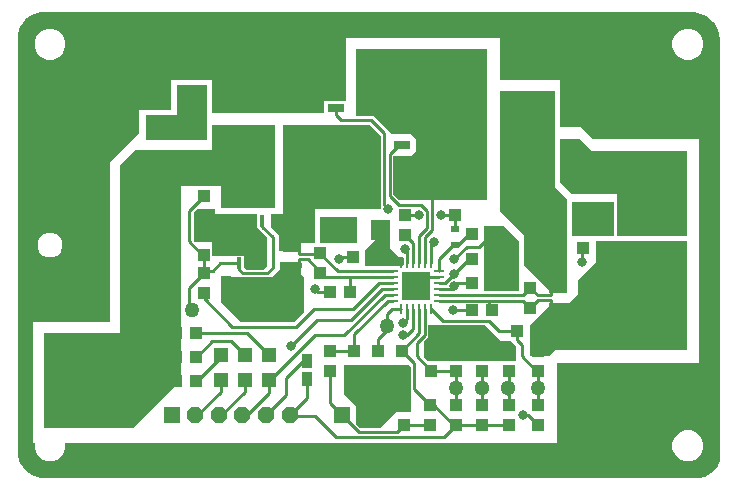
<source format=gbr>
G04 EAGLE Gerber RS-274X export*
G75*
%MOMM*%
%FSLAX34Y34*%
%LPD*%
%INTop Copper*%
%IPPOS*%
%AMOC8*
5,1,8,0,0,1.08239X$1,22.5*%
G01*
%ADD10C,1.270000*%
%ADD11R,1.800000X1.600000*%
%ADD12R,1.100000X1.000000*%
%ADD13R,1.000000X1.100000*%
%ADD14R,1.300000X1.500000*%
%ADD15R,1.270000X1.270000*%
%ADD16C,2.250000*%
%ADD17C,2.000000*%
%ADD18R,1.422400X1.422400*%
%ADD19P,1.539592X8X112.500000*%
%ADD20R,1.850000X3.500000*%
%ADD21R,0.406400X0.990600*%
%ADD22R,2.235200X1.727200*%
%ADD23R,0.406400X0.762000*%
%ADD24R,1.372000X0.710000*%
%ADD25R,1.180000X0.710000*%
%ADD26R,3.850000X4.520000*%
%ADD27R,1.500000X1.400000*%
%ADD28R,1.600000X1.803000*%
%ADD29R,1.803000X1.600000*%
%ADD30R,0.850000X0.280000*%
%ADD31R,0.280000X0.850000*%
%ADD32R,2.450000X2.450000*%
%ADD33C,0.909600*%
%ADD34R,0.700000X0.600000*%
%ADD35R,1.809600X1.809600*%
%ADD36C,1.809600*%
%ADD37P,2.749271X8X22.500000*%
%ADD38C,1.629600*%
%ADD39R,0.889000X1.270000*%
%ADD40C,0.808000*%
%ADD41C,0.279400*%
%ADD42C,1.300000*%

G36*
X597446Y369000D02*
X597446Y369000D01*
X597441Y369059D01*
X597425Y369087D01*
X597420Y369111D01*
X597397Y369139D01*
X597374Y369180D01*
X597458Y370098D01*
X597456Y370113D01*
X597459Y370132D01*
X597459Y371106D01*
X597463Y371112D01*
X597467Y371150D01*
X597483Y371229D01*
X597518Y374134D01*
X597510Y374169D01*
X597509Y374223D01*
X595796Y381756D01*
X595780Y381791D01*
X595752Y381867D01*
X591796Y388502D01*
X591769Y388530D01*
X591720Y388594D01*
X585906Y393682D01*
X585872Y393700D01*
X585806Y393745D01*
X578705Y396788D01*
X578670Y396794D01*
X578619Y396813D01*
X574870Y397454D01*
X574842Y397452D01*
X574806Y397459D01*
X25000Y397459D01*
X24987Y397456D01*
X24970Y397458D01*
X21516Y397186D01*
X21482Y397175D01*
X21429Y397169D01*
X14859Y395034D01*
X14826Y395014D01*
X14753Y394980D01*
X9164Y390920D01*
X9139Y390891D01*
X9080Y390836D01*
X5020Y385247D01*
X5005Y385212D01*
X4966Y385141D01*
X2831Y378571D01*
X2828Y378536D01*
X2814Y378484D01*
X2542Y375030D01*
X2544Y375017D01*
X2541Y375000D01*
X2541Y25000D01*
X2544Y24987D01*
X2542Y24970D01*
X2814Y21516D01*
X2825Y21482D01*
X2831Y21429D01*
X4966Y14859D01*
X4986Y14826D01*
X5020Y14753D01*
X9080Y9164D01*
X9109Y9139D01*
X9164Y9080D01*
X14753Y5020D01*
X14788Y5005D01*
X14859Y4966D01*
X21429Y2831D01*
X21464Y2828D01*
X21516Y2814D01*
X24970Y2542D01*
X24983Y2544D01*
X25000Y2541D01*
X573975Y2541D01*
X574029Y2553D01*
X574085Y2557D01*
X574117Y2574D01*
X574144Y2580D01*
X574170Y2602D01*
X574213Y2624D01*
X574235Y2641D01*
X575120Y2543D01*
X575138Y2545D01*
X575162Y2541D01*
X576084Y2541D01*
X576104Y2525D01*
X576123Y2521D01*
X576136Y2513D01*
X576175Y2509D01*
X576246Y2493D01*
X578403Y2424D01*
X578438Y2431D01*
X578492Y2431D01*
X584534Y3678D01*
X584568Y3694D01*
X584645Y3720D01*
X590006Y6773D01*
X590034Y6799D01*
X590098Y6847D01*
X594253Y11407D01*
X594272Y11441D01*
X594319Y11506D01*
X596861Y17127D01*
X596868Y17162D01*
X596888Y17212D01*
X596955Y17561D01*
X597452Y20158D01*
X597451Y20188D01*
X597459Y20229D01*
X597459Y368942D01*
X597446Y369000D01*
G37*
%LPC*%
G36*
X27406Y16959D02*
X27406Y16959D01*
X22613Y18945D01*
X18945Y22613D01*
X16959Y27406D01*
X16959Y32000D01*
X16948Y32050D01*
X16946Y32101D01*
X16928Y32133D01*
X16920Y32169D01*
X16887Y32208D01*
X16863Y32253D01*
X16833Y32274D01*
X16810Y32302D01*
X16763Y32323D01*
X16721Y32353D01*
X16679Y32361D01*
X16651Y32373D01*
X16621Y32372D01*
X16579Y32380D01*
X15380Y32380D01*
X15380Y134620D01*
X80000Y134620D01*
X80050Y134631D01*
X80101Y134633D01*
X80133Y134651D01*
X80169Y134659D01*
X80208Y134692D01*
X80253Y134716D01*
X80274Y134746D01*
X80302Y134769D01*
X80323Y134816D01*
X80353Y134858D01*
X80361Y134900D01*
X80373Y134928D01*
X80372Y134958D01*
X80380Y135000D01*
X80380Y269843D01*
X105269Y294731D01*
X105309Y294796D01*
X105353Y294858D01*
X105355Y294870D01*
X105360Y294878D01*
X105364Y294915D01*
X105380Y295000D01*
X105380Y314620D01*
X132460Y314620D01*
X132510Y314631D01*
X132561Y314633D01*
X132593Y314651D01*
X132629Y314659D01*
X132668Y314692D01*
X132713Y314716D01*
X132734Y314746D01*
X132762Y314769D01*
X132783Y314816D01*
X132813Y314858D01*
X132821Y314900D01*
X132833Y314928D01*
X132832Y314958D01*
X132840Y315000D01*
X132840Y339980D01*
X167260Y339980D01*
X167260Y312420D01*
X167271Y312370D01*
X167273Y312319D01*
X167291Y312287D01*
X167299Y312251D01*
X167332Y312212D01*
X167356Y312167D01*
X167386Y312146D01*
X167409Y312118D01*
X167456Y312097D01*
X167498Y312067D01*
X167540Y312059D01*
X167568Y312047D01*
X167598Y312048D01*
X167640Y312040D01*
X261364Y312040D01*
X261414Y312051D01*
X261465Y312053D01*
X261497Y312071D01*
X261533Y312079D01*
X261572Y312112D01*
X261617Y312136D01*
X261638Y312166D01*
X261666Y312189D01*
X261687Y312236D01*
X261717Y312278D01*
X261725Y312320D01*
X261737Y312348D01*
X261736Y312378D01*
X261744Y312420D01*
X261744Y322020D01*
X279840Y322020D01*
X279890Y322031D01*
X279941Y322033D01*
X279973Y322051D01*
X280009Y322059D01*
X280048Y322092D01*
X280093Y322116D01*
X280114Y322146D01*
X280142Y322169D01*
X280163Y322216D01*
X280193Y322258D01*
X280201Y322300D01*
X280213Y322328D01*
X280212Y322358D01*
X280220Y322400D01*
X280220Y374941D01*
X411100Y375538D01*
X411100Y340360D01*
X411111Y340310D01*
X411113Y340259D01*
X411131Y340227D01*
X411139Y340191D01*
X411172Y340152D01*
X411196Y340107D01*
X411226Y340086D01*
X411249Y340058D01*
X411296Y340037D01*
X411338Y340007D01*
X411380Y339999D01*
X411408Y339987D01*
X411438Y339988D01*
X411480Y339980D01*
X462108Y339980D01*
X462108Y299974D01*
X462119Y299924D01*
X462121Y299873D01*
X462139Y299841D01*
X462147Y299805D01*
X462180Y299766D01*
X462204Y299721D01*
X462234Y299700D01*
X462257Y299672D01*
X462304Y299651D01*
X462346Y299621D01*
X462388Y299613D01*
X462416Y299601D01*
X462446Y299602D01*
X462488Y299594D01*
X479789Y299594D01*
X489651Y289731D01*
X489716Y289691D01*
X489778Y289647D01*
X489790Y289645D01*
X489798Y289640D01*
X489835Y289636D01*
X489920Y289620D01*
X579540Y289620D01*
X579540Y100140D01*
X459920Y100140D01*
X459870Y100129D01*
X459819Y100127D01*
X459787Y100109D01*
X459751Y100101D01*
X459712Y100068D01*
X459667Y100044D01*
X459646Y100014D01*
X459618Y99991D01*
X459597Y99944D01*
X459567Y99902D01*
X459559Y99860D01*
X459547Y99832D01*
X459548Y99802D01*
X459540Y99760D01*
X459540Y32380D01*
X43421Y32380D01*
X43371Y32369D01*
X43320Y32367D01*
X43288Y32349D01*
X43252Y32341D01*
X43213Y32308D01*
X43168Y32284D01*
X43147Y32254D01*
X43119Y32231D01*
X43098Y32184D01*
X43068Y32142D01*
X43060Y32100D01*
X43048Y32072D01*
X43049Y32042D01*
X43041Y32000D01*
X43041Y27406D01*
X41055Y22613D01*
X37387Y18945D01*
X32594Y16959D01*
X27406Y16959D01*
G37*
%LPD*%
G36*
X99834Y44637D02*
X99834Y44637D01*
X99909Y44650D01*
X99919Y44657D01*
X99929Y44659D01*
X99958Y44683D01*
X100029Y44731D01*
X141031Y85733D01*
X141071Y85798D01*
X141115Y85860D01*
X141117Y85872D01*
X141122Y85880D01*
X141126Y85917D01*
X141142Y86002D01*
X141142Y249620D01*
X174620Y249620D01*
X174620Y232032D01*
X174631Y231982D01*
X174633Y231931D01*
X174651Y231899D01*
X174659Y231863D01*
X174692Y231824D01*
X174716Y231779D01*
X174746Y231758D01*
X174769Y231730D01*
X174816Y231709D01*
X174858Y231679D01*
X174900Y231671D01*
X174928Y231659D01*
X174958Y231660D01*
X175000Y231652D01*
X220000Y231652D01*
X220050Y231663D01*
X220101Y231665D01*
X220133Y231683D01*
X220169Y231691D01*
X220208Y231724D01*
X220253Y231748D01*
X220274Y231778D01*
X220302Y231801D01*
X220323Y231848D01*
X220353Y231890D01*
X220361Y231932D01*
X220373Y231960D01*
X220372Y231990D01*
X220380Y232032D01*
X220380Y300879D01*
X220369Y300929D01*
X220367Y300980D01*
X220349Y301012D01*
X220341Y301048D01*
X220308Y301087D01*
X220284Y301132D01*
X220254Y301153D01*
X220231Y301181D01*
X220184Y301202D01*
X220142Y301232D01*
X220100Y301240D01*
X220072Y301252D01*
X220042Y301251D01*
X220000Y301259D01*
X167714Y301259D01*
X167664Y301248D01*
X167613Y301246D01*
X167581Y301228D01*
X167545Y301220D01*
X167506Y301187D01*
X167461Y301163D01*
X167440Y301133D01*
X167412Y301110D01*
X167391Y301063D01*
X167361Y301021D01*
X167353Y300979D01*
X167341Y300951D01*
X167342Y300921D01*
X167334Y300879D01*
X167334Y280380D01*
X102200Y280380D01*
X102126Y280363D01*
X102051Y280350D01*
X102041Y280343D01*
X102031Y280341D01*
X102002Y280317D01*
X101931Y280269D01*
X89731Y268069D01*
X89691Y268004D01*
X89647Y267942D01*
X89645Y267930D01*
X89640Y267922D01*
X89636Y267885D01*
X89620Y267800D01*
X89620Y125380D01*
X25000Y125380D01*
X24950Y125369D01*
X24899Y125367D01*
X24867Y125349D01*
X24831Y125341D01*
X24792Y125308D01*
X24747Y125284D01*
X24726Y125254D01*
X24698Y125231D01*
X24677Y125184D01*
X24647Y125142D01*
X24639Y125100D01*
X24627Y125072D01*
X24628Y125042D01*
X24620Y125000D01*
X24620Y45000D01*
X24631Y44950D01*
X24633Y44899D01*
X24651Y44867D01*
X24659Y44831D01*
X24692Y44792D01*
X24716Y44747D01*
X24746Y44726D01*
X24769Y44698D01*
X24816Y44677D01*
X24858Y44647D01*
X24900Y44639D01*
X24928Y44627D01*
X24958Y44628D01*
X25000Y44620D01*
X99760Y44620D01*
X99834Y44637D01*
G37*
G36*
X399592Y238137D02*
X399592Y238137D01*
X399643Y238139D01*
X399675Y238157D01*
X399711Y238165D01*
X399750Y238198D01*
X399795Y238222D01*
X399816Y238252D01*
X399844Y238275D01*
X399865Y238322D01*
X399895Y238364D01*
X399903Y238406D01*
X399915Y238434D01*
X399914Y238464D01*
X399922Y238506D01*
X399922Y365760D01*
X399911Y365810D01*
X399909Y365861D01*
X399891Y365893D01*
X399883Y365929D01*
X399850Y365968D01*
X399826Y366013D01*
X399796Y366034D01*
X399773Y366062D01*
X399726Y366083D01*
X399684Y366113D01*
X399642Y366121D01*
X399614Y366133D01*
X399584Y366132D01*
X399542Y366140D01*
X289560Y366140D01*
X289510Y366129D01*
X289459Y366127D01*
X289427Y366109D01*
X289391Y366101D01*
X289352Y366068D01*
X289307Y366044D01*
X289286Y366014D01*
X289258Y365991D01*
X289237Y365944D01*
X289207Y365902D01*
X289199Y365860D01*
X289187Y365832D01*
X289188Y365802D01*
X289180Y365760D01*
X289180Y309880D01*
X289191Y309830D01*
X289193Y309779D01*
X289211Y309747D01*
X289219Y309711D01*
X289252Y309672D01*
X289276Y309627D01*
X289306Y309606D01*
X289329Y309578D01*
X289376Y309557D01*
X289418Y309527D01*
X289460Y309519D01*
X289488Y309507D01*
X289518Y309508D01*
X289560Y309500D01*
X304643Y309500D01*
X319771Y294371D01*
X319836Y294331D01*
X319898Y294287D01*
X319910Y294285D01*
X319918Y294280D01*
X319955Y294276D01*
X320040Y294260D01*
X335123Y294260D01*
X339980Y289403D01*
X339980Y279558D01*
X336139Y275716D01*
X321056Y275716D01*
X321006Y275705D01*
X320955Y275703D01*
X320923Y275685D01*
X320887Y275677D01*
X320848Y275644D01*
X320803Y275620D01*
X320782Y275590D01*
X320754Y275567D01*
X320733Y275520D01*
X320703Y275478D01*
X320695Y275436D01*
X320683Y275408D01*
X320684Y275378D01*
X320676Y275336D01*
X320676Y243586D01*
X320693Y243512D01*
X320706Y243437D01*
X320713Y243427D01*
X320715Y243417D01*
X320739Y243388D01*
X320787Y243317D01*
X325867Y238237D01*
X325932Y238197D01*
X325994Y238153D01*
X326006Y238151D01*
X326014Y238146D01*
X326051Y238142D01*
X326136Y238126D01*
X399542Y238126D01*
X399592Y238137D01*
G37*
G36*
X452194Y106317D02*
X452194Y106317D01*
X452269Y106330D01*
X452279Y106337D01*
X452289Y106339D01*
X452318Y106363D01*
X452389Y106411D01*
X457358Y111380D01*
X568960Y111380D01*
X569010Y111391D01*
X569061Y111393D01*
X569093Y111411D01*
X569129Y111419D01*
X569168Y111452D01*
X569213Y111476D01*
X569234Y111506D01*
X569262Y111529D01*
X569283Y111576D01*
X569313Y111618D01*
X569321Y111660D01*
X569333Y111688D01*
X569332Y111718D01*
X569340Y111760D01*
X569340Y203200D01*
X569329Y203250D01*
X569327Y203301D01*
X569309Y203333D01*
X569301Y203369D01*
X569268Y203408D01*
X569244Y203453D01*
X569214Y203474D01*
X569191Y203502D01*
X569144Y203523D01*
X569102Y203553D01*
X569060Y203561D01*
X569032Y203573D01*
X569002Y203572D01*
X568960Y203580D01*
X492760Y203580D01*
X492710Y203569D01*
X492659Y203567D01*
X492627Y203549D01*
X492591Y203541D01*
X492552Y203508D01*
X492507Y203484D01*
X492486Y203454D01*
X492458Y203431D01*
X492437Y203384D01*
X492407Y203342D01*
X492399Y203300D01*
X492387Y203272D01*
X492388Y203242D01*
X492380Y203200D01*
X492380Y185578D01*
X477251Y170449D01*
X477238Y170428D01*
X477219Y170412D01*
X477199Y170368D01*
X477167Y170322D01*
X477165Y170310D01*
X477160Y170302D01*
X477157Y170273D01*
X477148Y170254D01*
X477149Y170230D01*
X477140Y170180D01*
X477140Y157860D01*
X469775Y150494D01*
X454914Y150494D01*
X454840Y150477D01*
X454765Y150464D01*
X454755Y150457D01*
X454745Y150455D01*
X454716Y150431D01*
X454645Y150383D01*
X436611Y132349D01*
X436571Y132284D01*
X436527Y132222D01*
X436525Y132210D01*
X436520Y132202D01*
X436516Y132165D01*
X436500Y132080D01*
X436500Y106680D01*
X436511Y106630D01*
X436513Y106579D01*
X436531Y106547D01*
X436539Y106511D01*
X436572Y106472D01*
X436596Y106427D01*
X436626Y106406D01*
X436649Y106378D01*
X436696Y106357D01*
X436738Y106327D01*
X436780Y106319D01*
X436808Y106307D01*
X436838Y106308D01*
X436880Y106300D01*
X452120Y106300D01*
X452194Y106317D01*
G37*
G36*
X467410Y162191D02*
X467410Y162191D01*
X467461Y162193D01*
X467493Y162211D01*
X467529Y162219D01*
X467568Y162252D01*
X467613Y162276D01*
X467634Y162306D01*
X467662Y162329D01*
X467683Y162376D01*
X467713Y162418D01*
X467721Y162460D01*
X467733Y162488D01*
X467732Y162518D01*
X467740Y162560D01*
X467740Y238760D01*
X467723Y238834D01*
X467710Y238909D01*
X467703Y238919D01*
X467701Y238929D01*
X467677Y238958D01*
X467629Y239029D01*
X457580Y249078D01*
X457580Y330200D01*
X457569Y330250D01*
X457567Y330301D01*
X457549Y330333D01*
X457541Y330369D01*
X457508Y330408D01*
X457484Y330453D01*
X457454Y330474D01*
X457431Y330502D01*
X457384Y330523D01*
X457342Y330553D01*
X457300Y330561D01*
X457272Y330573D01*
X457242Y330572D01*
X457200Y330580D01*
X411480Y330580D01*
X411430Y330569D01*
X411379Y330567D01*
X411347Y330549D01*
X411311Y330541D01*
X411272Y330508D01*
X411227Y330484D01*
X411206Y330454D01*
X411178Y330431D01*
X411157Y330384D01*
X411127Y330342D01*
X411119Y330300D01*
X411107Y330272D01*
X411108Y330242D01*
X411100Y330200D01*
X411100Y228600D01*
X411117Y228526D01*
X411130Y228451D01*
X411137Y228441D01*
X411139Y228431D01*
X411163Y228402D01*
X411211Y228331D01*
X431166Y208377D01*
X431166Y183134D01*
X431183Y183060D01*
X431196Y182985D01*
X431203Y182975D01*
X431205Y182965D01*
X431229Y182936D01*
X431277Y182865D01*
X451851Y162291D01*
X451916Y162251D01*
X451978Y162207D01*
X451990Y162205D01*
X451998Y162200D01*
X452035Y162196D01*
X452120Y162180D01*
X467360Y162180D01*
X467410Y162191D01*
G37*
G36*
X242384Y194791D02*
X242384Y194791D01*
X242432Y194792D01*
X242468Y194810D01*
X242506Y194819D01*
X242543Y194850D01*
X242586Y194872D01*
X242609Y194904D01*
X242640Y194929D01*
X242659Y194973D01*
X242688Y195012D01*
X242697Y195058D01*
X242711Y195088D01*
X242710Y195116D01*
X242718Y195154D01*
X242819Y201804D01*
X254000Y201804D01*
X254050Y201815D01*
X254101Y201817D01*
X254133Y201835D01*
X254169Y201843D01*
X254208Y201876D01*
X254253Y201900D01*
X254274Y201930D01*
X254302Y201953D01*
X254323Y202000D01*
X254353Y202042D01*
X254361Y202084D01*
X254373Y202112D01*
X254372Y202142D01*
X254380Y202184D01*
X254380Y230103D01*
X309666Y230103D01*
X309716Y230115D01*
X309767Y230117D01*
X309799Y230134D01*
X309835Y230143D01*
X309874Y230175D01*
X309919Y230199D01*
X309940Y230229D01*
X309968Y230253D01*
X309989Y230299D01*
X310019Y230341D01*
X310027Y230383D01*
X310039Y230411D01*
X310038Y230441D01*
X310046Y230483D01*
X310046Y232256D01*
X310029Y232330D01*
X310016Y232405D01*
X310009Y232415D01*
X310007Y232425D01*
X310006Y232426D01*
X310006Y291846D01*
X309989Y291920D01*
X309976Y291995D01*
X309969Y292005D01*
X309967Y292015D01*
X309943Y292044D01*
X309895Y292115D01*
X300593Y301417D01*
X300528Y301457D01*
X300466Y301501D01*
X300454Y301503D01*
X300446Y301508D01*
X300409Y301512D01*
X300324Y301528D01*
X227540Y301528D01*
X227466Y301511D01*
X227391Y301498D01*
X227381Y301491D01*
X227371Y301489D01*
X227342Y301465D01*
X227271Y301417D01*
X227113Y301259D01*
X227073Y301195D01*
X227030Y301133D01*
X227027Y301120D01*
X227022Y301112D01*
X227018Y301075D01*
X227002Y300990D01*
X226925Y226440D01*
X217170Y226440D01*
X217120Y226429D01*
X217069Y226427D01*
X217037Y226409D01*
X217001Y226401D01*
X216962Y226368D01*
X216917Y226344D01*
X216896Y226314D01*
X216868Y226291D01*
X216847Y226244D01*
X216817Y226202D01*
X216809Y226160D01*
X216797Y226132D01*
X216798Y226102D01*
X216790Y226060D01*
X216790Y215138D01*
X216807Y215064D01*
X216820Y214989D01*
X216827Y214979D01*
X216829Y214969D01*
X216853Y214940D01*
X216901Y214869D01*
X223858Y207913D01*
X223858Y195160D01*
X223869Y195110D01*
X223871Y195059D01*
X223889Y195027D01*
X223897Y194991D01*
X223930Y194952D01*
X223954Y194907D01*
X223984Y194886D01*
X224007Y194858D01*
X224054Y194837D01*
X224096Y194807D01*
X224138Y194799D01*
X224166Y194787D01*
X224196Y194788D01*
X224238Y194780D01*
X242337Y194780D01*
X242384Y194791D01*
G37*
G36*
X569010Y207911D02*
X569010Y207911D01*
X569061Y207913D01*
X569093Y207931D01*
X569129Y207939D01*
X569168Y207972D01*
X569213Y207996D01*
X569234Y208026D01*
X569262Y208049D01*
X569283Y208096D01*
X569313Y208138D01*
X569321Y208180D01*
X569333Y208208D01*
X569332Y208238D01*
X569340Y208280D01*
X569340Y279400D01*
X569329Y279450D01*
X569327Y279501D01*
X569309Y279533D01*
X569301Y279569D01*
X569268Y279608D01*
X569244Y279653D01*
X569214Y279674D01*
X569191Y279702D01*
X569144Y279723D01*
X569102Y279753D01*
X569060Y279761D01*
X569032Y279773D01*
X569002Y279772D01*
X568960Y279780D01*
X489108Y279780D01*
X479059Y289829D01*
X478994Y289869D01*
X478932Y289913D01*
X478920Y289915D01*
X478912Y289920D01*
X478875Y289924D01*
X478790Y289940D01*
X462280Y289940D01*
X462230Y289929D01*
X462179Y289927D01*
X462147Y289909D01*
X462111Y289901D01*
X462072Y289868D01*
X462027Y289844D01*
X462006Y289814D01*
X461978Y289791D01*
X461957Y289744D01*
X461927Y289702D01*
X461919Y289660D01*
X461907Y289632D01*
X461908Y289602D01*
X461900Y289560D01*
X461900Y254000D01*
X461917Y253926D01*
X461930Y253851D01*
X461937Y253841D01*
X461939Y253831D01*
X461963Y253802D01*
X462011Y253731D01*
X472171Y243571D01*
X472236Y243531D01*
X472298Y243487D01*
X472310Y243485D01*
X472318Y243480D01*
X472355Y243476D01*
X472440Y243460D01*
X509906Y243460D01*
X509906Y208280D01*
X509917Y208230D01*
X509919Y208179D01*
X509937Y208147D01*
X509945Y208111D01*
X509978Y208072D01*
X510002Y208027D01*
X510032Y208006D01*
X510055Y207978D01*
X510102Y207957D01*
X510144Y207927D01*
X510186Y207919D01*
X510214Y207907D01*
X510244Y207908D01*
X510286Y207900D01*
X568960Y207900D01*
X569010Y207911D01*
G37*
G36*
X236754Y134717D02*
X236754Y134717D01*
X236829Y134730D01*
X236839Y134737D01*
X236849Y134739D01*
X236878Y134763D01*
X236949Y134811D01*
X245269Y143131D01*
X245309Y143196D01*
X245353Y143258D01*
X245355Y143270D01*
X245360Y143278D01*
X245364Y143315D01*
X245380Y143400D01*
X245380Y172968D01*
X245363Y173042D01*
X245350Y173117D01*
X245343Y173127D01*
X245341Y173137D01*
X245317Y173166D01*
X245269Y173237D01*
X242867Y175639D01*
X242959Y184908D01*
X242948Y184960D01*
X242946Y185013D01*
X242929Y185043D01*
X242922Y185077D01*
X242888Y185118D01*
X242863Y185165D01*
X242835Y185185D01*
X242813Y185212D01*
X242765Y185234D01*
X242722Y185265D01*
X242682Y185272D01*
X242655Y185285D01*
X242624Y185284D01*
X242579Y185292D01*
X224790Y185292D01*
X224740Y185281D01*
X224689Y185279D01*
X224657Y185261D01*
X224621Y185253D01*
X224582Y185220D01*
X224537Y185196D01*
X224516Y185166D01*
X224488Y185143D01*
X224467Y185096D01*
X224437Y185054D01*
X224429Y185012D01*
X224417Y184984D01*
X224417Y184967D01*
X224417Y184965D01*
X224417Y184951D01*
X224410Y184912D01*
X224410Y179222D01*
X218284Y173127D01*
X209236Y173173D01*
X209235Y173173D01*
X209234Y173173D01*
X191885Y173173D01*
X191856Y173191D01*
X191794Y173235D01*
X191781Y173237D01*
X191772Y173243D01*
X191734Y173247D01*
X191652Y173263D01*
X175002Y173348D01*
X174951Y173337D01*
X174899Y173335D01*
X174868Y173318D01*
X174833Y173310D01*
X174793Y173277D01*
X174747Y173252D01*
X174727Y173223D01*
X174699Y173200D01*
X174677Y173153D01*
X174647Y173110D01*
X174640Y173070D01*
X174627Y173042D01*
X174628Y173011D01*
X174620Y172968D01*
X174620Y151644D01*
X174637Y151570D01*
X174650Y151495D01*
X174657Y151485D01*
X174659Y151475D01*
X174683Y151446D01*
X174731Y151375D01*
X191295Y134811D01*
X191360Y134771D01*
X191422Y134727D01*
X191434Y134725D01*
X191442Y134720D01*
X191479Y134716D01*
X191564Y134700D01*
X236680Y134700D01*
X236754Y134717D01*
G37*
G36*
X309954Y45357D02*
X309954Y45357D01*
X310029Y45370D01*
X310039Y45377D01*
X310049Y45379D01*
X310078Y45403D01*
X310149Y45451D01*
X323278Y58580D01*
X335280Y58580D01*
X335330Y58591D01*
X335381Y58593D01*
X335413Y58611D01*
X335449Y58619D01*
X335488Y58652D01*
X335533Y58676D01*
X335554Y58706D01*
X335582Y58729D01*
X335603Y58776D01*
X335633Y58818D01*
X335641Y58860D01*
X335653Y58888D01*
X335652Y58918D01*
X335660Y58960D01*
X335660Y96266D01*
X335643Y96340D01*
X335630Y96415D01*
X335623Y96425D01*
X335621Y96435D01*
X335597Y96464D01*
X335549Y96535D01*
X333517Y98567D01*
X333452Y98607D01*
X333390Y98651D01*
X333378Y98653D01*
X333370Y98658D01*
X333333Y98662D01*
X333248Y98678D01*
X279654Y98678D01*
X279604Y98667D01*
X279553Y98665D01*
X279521Y98647D01*
X279485Y98639D01*
X279446Y98606D01*
X279401Y98582D01*
X279380Y98552D01*
X279352Y98529D01*
X279331Y98482D01*
X279301Y98440D01*
X279293Y98398D01*
X279281Y98370D01*
X279282Y98340D01*
X279274Y98298D01*
X279274Y72898D01*
X279291Y72824D01*
X279304Y72749D01*
X279311Y72739D01*
X279313Y72729D01*
X279337Y72700D01*
X279385Y72629D01*
X289180Y62835D01*
X289180Y48480D01*
X289197Y48406D01*
X289210Y48331D01*
X289217Y48321D01*
X289219Y48311D01*
X289243Y48282D01*
X289291Y48211D01*
X292051Y45451D01*
X292115Y45411D01*
X292177Y45367D01*
X292190Y45365D01*
X292198Y45360D01*
X292235Y45356D01*
X292320Y45340D01*
X309880Y45340D01*
X309954Y45357D01*
G37*
G36*
X210894Y179215D02*
X210894Y179215D01*
X210969Y179228D01*
X210979Y179235D01*
X210989Y179237D01*
X211018Y179261D01*
X211089Y179309D01*
X213883Y182103D01*
X213923Y182168D01*
X213967Y182230D01*
X213969Y182242D01*
X213974Y182250D01*
X213978Y182287D01*
X213994Y182372D01*
X213994Y206248D01*
X213977Y206322D01*
X213964Y206397D01*
X213957Y206407D01*
X213955Y206417D01*
X213931Y206446D01*
X213883Y206517D01*
X205612Y214788D01*
X205612Y226060D01*
X205601Y226110D01*
X205599Y226161D01*
X205581Y226193D01*
X205573Y226229D01*
X205540Y226268D01*
X205516Y226313D01*
X205486Y226334D01*
X205463Y226362D01*
X205416Y226383D01*
X205374Y226413D01*
X205332Y226421D01*
X205304Y226433D01*
X205274Y226432D01*
X205231Y226440D01*
X169380Y226379D01*
X169380Y230000D01*
X169369Y230050D01*
X169367Y230101D01*
X169349Y230133D01*
X169341Y230169D01*
X169308Y230208D01*
X169284Y230253D01*
X169254Y230274D01*
X169231Y230302D01*
X169184Y230323D01*
X169142Y230353D01*
X169100Y230361D01*
X169072Y230373D01*
X169042Y230372D01*
X169000Y230380D01*
X155000Y230380D01*
X154926Y230363D01*
X154851Y230350D01*
X154841Y230343D01*
X154831Y230341D01*
X154802Y230317D01*
X154731Y230269D01*
X152131Y227669D01*
X152091Y227604D01*
X152047Y227542D01*
X152045Y227530D01*
X152040Y227522D01*
X152036Y227485D01*
X152020Y227400D01*
X152020Y203200D01*
X152031Y203150D01*
X152033Y203099D01*
X152051Y203067D01*
X152059Y203031D01*
X152092Y202992D01*
X152116Y202947D01*
X152146Y202926D01*
X152169Y202898D01*
X152216Y202877D01*
X152258Y202847D01*
X152300Y202839D01*
X152328Y202827D01*
X152358Y202828D01*
X152400Y202820D01*
X167260Y202820D01*
X167260Y191262D01*
X167277Y191188D01*
X167290Y191113D01*
X167297Y191103D01*
X167299Y191093D01*
X167323Y191064D01*
X167371Y190993D01*
X167625Y190739D01*
X167690Y190699D01*
X167752Y190655D01*
X167764Y190653D01*
X167772Y190648D01*
X167809Y190644D01*
X167894Y190628D01*
X187079Y190628D01*
X187153Y190645D01*
X187228Y190658D01*
X187238Y190665D01*
X187248Y190667D01*
X187276Y190691D01*
X187348Y190739D01*
X187436Y190828D01*
X192764Y190828D01*
X192852Y190739D01*
X192917Y190699D01*
X192979Y190655D01*
X192991Y190653D01*
X192999Y190648D01*
X193036Y190644D01*
X193121Y190628D01*
X194438Y190628D01*
X194438Y181102D01*
X194453Y181038D01*
X194454Y180998D01*
X194463Y180982D01*
X194468Y180953D01*
X194475Y180943D01*
X194477Y180933D01*
X194501Y180904D01*
X194523Y180871D01*
X194537Y180846D01*
X194543Y180842D01*
X194549Y180833D01*
X196073Y179309D01*
X196138Y179269D01*
X196200Y179225D01*
X196212Y179223D01*
X196220Y179218D01*
X196257Y179214D01*
X196342Y179198D01*
X210820Y179198D01*
X210894Y179215D01*
G37*
G36*
X424230Y101485D02*
X424230Y101485D01*
X424281Y101487D01*
X424313Y101505D01*
X424349Y101513D01*
X424388Y101546D01*
X424433Y101570D01*
X424454Y101600D01*
X424482Y101623D01*
X424503Y101670D01*
X424533Y101712D01*
X424541Y101754D01*
X424553Y101782D01*
X424552Y101812D01*
X424560Y101854D01*
X424560Y113820D01*
X424543Y113894D01*
X424530Y113969D01*
X424523Y113979D01*
X424521Y113989D01*
X424497Y114018D01*
X424449Y114089D01*
X420269Y118269D01*
X420204Y118309D01*
X420142Y118353D01*
X420130Y118355D01*
X420122Y118360D01*
X420085Y118364D01*
X420000Y118380D01*
X412149Y118380D01*
X401270Y129259D01*
X398303Y132251D01*
X398240Y132291D01*
X398179Y132335D01*
X398166Y132337D01*
X398157Y132343D01*
X398119Y132347D01*
X398037Y132363D01*
X386419Y132460D01*
X386418Y132460D01*
X386416Y132460D01*
X350724Y132460D01*
X350674Y132449D01*
X350623Y132447D01*
X350591Y132429D01*
X350555Y132421D01*
X350516Y132388D01*
X350471Y132364D01*
X350450Y132334D01*
X350421Y132311D01*
X350401Y132264D01*
X350371Y132222D01*
X350363Y132180D01*
X350351Y132152D01*
X350352Y132122D01*
X350344Y132080D01*
X350344Y122692D01*
X350251Y122599D01*
X350211Y122535D01*
X350167Y122473D01*
X350165Y122460D01*
X350160Y122452D01*
X350156Y122415D01*
X350140Y122330D01*
X350140Y122078D01*
X346949Y118887D01*
X346909Y118822D01*
X346865Y118760D01*
X346863Y118748D01*
X346858Y118740D01*
X346854Y118703D01*
X346846Y118660D01*
X346845Y118657D01*
X346845Y118654D01*
X346838Y118618D01*
X346838Y105156D01*
X346855Y105082D01*
X346868Y105007D01*
X346875Y104997D01*
X346877Y104987D01*
X346901Y104958D01*
X346949Y104887D01*
X350251Y101585D01*
X350316Y101545D01*
X350378Y101501D01*
X350390Y101499D01*
X350398Y101494D01*
X350435Y101490D01*
X350520Y101474D01*
X424180Y101474D01*
X424230Y101485D01*
G37*
G36*
X162610Y289191D02*
X162610Y289191D01*
X162661Y289193D01*
X162693Y289211D01*
X162729Y289219D01*
X162768Y289252D01*
X162813Y289276D01*
X162834Y289306D01*
X162862Y289329D01*
X162883Y289376D01*
X162913Y289418D01*
X162921Y289460D01*
X162933Y289488D01*
X162932Y289518D01*
X162940Y289560D01*
X162940Y335280D01*
X162929Y335330D01*
X162927Y335381D01*
X162909Y335413D01*
X162901Y335449D01*
X162868Y335488D01*
X162844Y335533D01*
X162814Y335554D01*
X162791Y335582D01*
X162744Y335603D01*
X162702Y335633D01*
X162660Y335641D01*
X162632Y335653D01*
X162602Y335652D01*
X162560Y335660D01*
X138176Y335660D01*
X138126Y335649D01*
X138075Y335647D01*
X138043Y335629D01*
X138007Y335621D01*
X137968Y335588D01*
X137923Y335564D01*
X137902Y335534D01*
X137874Y335511D01*
X137853Y335464D01*
X137823Y335422D01*
X137815Y335380D01*
X137803Y335352D01*
X137804Y335322D01*
X137796Y335280D01*
X137796Y310260D01*
X111760Y310260D01*
X111710Y310249D01*
X111659Y310247D01*
X111627Y310229D01*
X111591Y310221D01*
X111552Y310188D01*
X111507Y310164D01*
X111486Y310134D01*
X111458Y310111D01*
X111437Y310064D01*
X111407Y310022D01*
X111399Y309980D01*
X111387Y309952D01*
X111388Y309922D01*
X111380Y309880D01*
X111380Y289560D01*
X111391Y289510D01*
X111393Y289459D01*
X111411Y289427D01*
X111419Y289391D01*
X111452Y289352D01*
X111476Y289307D01*
X111506Y289286D01*
X111529Y289258D01*
X111576Y289237D01*
X111618Y289207D01*
X111660Y289199D01*
X111688Y289187D01*
X111718Y289188D01*
X111760Y289180D01*
X162560Y289180D01*
X162610Y289191D01*
G37*
G36*
X426770Y161175D02*
X426770Y161175D01*
X426821Y161177D01*
X426853Y161195D01*
X426889Y161203D01*
X426928Y161236D01*
X426973Y161260D01*
X426994Y161290D01*
X427022Y161313D01*
X427043Y161360D01*
X427073Y161402D01*
X427081Y161444D01*
X427093Y161472D01*
X427092Y161502D01*
X427100Y161544D01*
X427100Y203200D01*
X427083Y203274D01*
X427070Y203349D01*
X427063Y203359D01*
X427061Y203369D01*
X427037Y203398D01*
X426989Y203469D01*
X414289Y216169D01*
X414224Y216209D01*
X414162Y216253D01*
X414150Y216255D01*
X414142Y216260D01*
X414105Y216264D01*
X414020Y216280D01*
X397764Y216280D01*
X397714Y216269D01*
X397663Y216267D01*
X397631Y216249D01*
X397595Y216241D01*
X397556Y216208D01*
X397511Y216184D01*
X397490Y216154D01*
X397462Y216131D01*
X397441Y216084D01*
X397411Y216042D01*
X397403Y216000D01*
X397391Y215972D01*
X397392Y215942D01*
X397384Y215900D01*
X397384Y161544D01*
X397395Y161494D01*
X397397Y161443D01*
X397415Y161411D01*
X397423Y161375D01*
X397456Y161336D01*
X397480Y161291D01*
X397510Y161270D01*
X397533Y161242D01*
X397580Y161221D01*
X397622Y161191D01*
X397664Y161183D01*
X397692Y161171D01*
X397722Y161172D01*
X397764Y161164D01*
X426720Y161164D01*
X426770Y161175D01*
G37*
G36*
X507288Y207911D02*
X507288Y207911D01*
X507339Y207913D01*
X507371Y207931D01*
X507407Y207939D01*
X507446Y207972D01*
X507491Y207996D01*
X507512Y208026D01*
X507540Y208049D01*
X507561Y208096D01*
X507591Y208138D01*
X507599Y208180D01*
X507611Y208208D01*
X507610Y208238D01*
X507618Y208280D01*
X507618Y236220D01*
X507607Y236270D01*
X507605Y236321D01*
X507587Y236353D01*
X507579Y236389D01*
X507546Y236428D01*
X507522Y236473D01*
X507492Y236494D01*
X507469Y236522D01*
X507422Y236543D01*
X507380Y236573D01*
X507338Y236581D01*
X507310Y236593D01*
X507280Y236592D01*
X507238Y236600D01*
X472440Y236600D01*
X472390Y236589D01*
X472339Y236587D01*
X472307Y236569D01*
X472271Y236561D01*
X472232Y236528D01*
X472187Y236504D01*
X472166Y236474D01*
X472138Y236451D01*
X472117Y236404D01*
X472087Y236362D01*
X472079Y236320D01*
X472067Y236292D01*
X472068Y236262D01*
X472060Y236220D01*
X472060Y208280D01*
X472071Y208230D01*
X472073Y208179D01*
X472091Y208147D01*
X472099Y208111D01*
X472132Y208072D01*
X472156Y208027D01*
X472186Y208006D01*
X472209Y207978D01*
X472256Y207957D01*
X472298Y207927D01*
X472340Y207919D01*
X472368Y207907D01*
X472398Y207908D01*
X472440Y207900D01*
X507238Y207900D01*
X507288Y207911D01*
G37*
G36*
X328980Y182511D02*
X328980Y182511D01*
X329031Y182513D01*
X329063Y182531D01*
X329099Y182539D01*
X329138Y182572D01*
X329183Y182596D01*
X329204Y182626D01*
X329232Y182649D01*
X329253Y182696D01*
X329283Y182738D01*
X329291Y182780D01*
X329303Y182808D01*
X329302Y182838D01*
X329310Y182880D01*
X329310Y189230D01*
X329299Y189280D01*
X329297Y189331D01*
X329279Y189363D01*
X329271Y189399D01*
X329238Y189438D01*
X329214Y189483D01*
X329184Y189504D01*
X329161Y189532D01*
X329114Y189553D01*
X329072Y189583D01*
X329030Y189591D01*
X329002Y189603D01*
X328972Y189602D01*
X328930Y189610D01*
X325532Y189610D01*
X318134Y197008D01*
X318134Y220980D01*
X318123Y221030D01*
X318121Y221081D01*
X318103Y221113D01*
X318095Y221149D01*
X318062Y221188D01*
X318038Y221233D01*
X318008Y221254D01*
X317985Y221282D01*
X317938Y221303D01*
X317896Y221333D01*
X317854Y221341D01*
X317826Y221353D01*
X317796Y221352D01*
X317754Y221360D01*
X306070Y221360D01*
X306020Y221349D01*
X305969Y221347D01*
X305937Y221329D01*
X305901Y221321D01*
X305862Y221288D01*
X305817Y221264D01*
X305796Y221234D01*
X305768Y221211D01*
X305747Y221164D01*
X305717Y221122D01*
X305709Y221080D01*
X305697Y221052D01*
X305698Y221022D01*
X305690Y220980D01*
X305690Y204628D01*
X296911Y195849D01*
X296871Y195784D01*
X296827Y195722D01*
X296825Y195710D01*
X296820Y195702D01*
X296816Y195665D01*
X296800Y195580D01*
X296800Y182880D01*
X296811Y182830D01*
X296813Y182779D01*
X296831Y182747D01*
X296839Y182711D01*
X296872Y182672D01*
X296896Y182627D01*
X296926Y182606D01*
X296949Y182578D01*
X296996Y182557D01*
X297038Y182527D01*
X297080Y182519D01*
X297108Y182507D01*
X297138Y182508D01*
X297180Y182500D01*
X328930Y182500D01*
X328980Y182511D01*
G37*
G36*
X289610Y201815D02*
X289610Y201815D01*
X289661Y201817D01*
X289693Y201835D01*
X289729Y201843D01*
X289768Y201876D01*
X289813Y201900D01*
X289834Y201930D01*
X289862Y201953D01*
X289883Y202000D01*
X289913Y202042D01*
X289921Y202084D01*
X289933Y202112D01*
X289932Y202142D01*
X289940Y202184D01*
X289940Y223266D01*
X289929Y223316D01*
X289927Y223367D01*
X289909Y223399D01*
X289901Y223435D01*
X289868Y223474D01*
X289844Y223519D01*
X289814Y223540D01*
X289791Y223568D01*
X289744Y223589D01*
X289702Y223619D01*
X289660Y223627D01*
X289632Y223639D01*
X289602Y223638D01*
X289560Y223646D01*
X259080Y223646D01*
X259030Y223635D01*
X258979Y223633D01*
X258947Y223615D01*
X258911Y223607D01*
X258872Y223574D01*
X258827Y223550D01*
X258806Y223520D01*
X258778Y223497D01*
X258757Y223450D01*
X258727Y223408D01*
X258719Y223366D01*
X258707Y223338D01*
X258708Y223308D01*
X258700Y223266D01*
X258700Y202184D01*
X258711Y202134D01*
X258713Y202083D01*
X258731Y202051D01*
X258739Y202015D01*
X258772Y201976D01*
X258796Y201931D01*
X258826Y201910D01*
X258849Y201882D01*
X258896Y201861D01*
X258938Y201831D01*
X258980Y201823D01*
X259008Y201811D01*
X259038Y201812D01*
X259080Y201804D01*
X289560Y201804D01*
X289610Y201815D01*
G37*
%LPC*%
G36*
X567406Y356959D02*
X567406Y356959D01*
X562613Y358945D01*
X558945Y362613D01*
X556959Y367406D01*
X556959Y372594D01*
X558945Y377387D01*
X562613Y381055D01*
X567406Y383041D01*
X572594Y383041D01*
X577387Y381055D01*
X581055Y377387D01*
X583041Y372594D01*
X583041Y367406D01*
X581055Y362613D01*
X577387Y358945D01*
X572594Y356959D01*
X567406Y356959D01*
G37*
%LPD*%
%LPC*%
G36*
X27406Y356959D02*
X27406Y356959D01*
X22613Y358945D01*
X18945Y362613D01*
X16959Y367406D01*
X16959Y372594D01*
X18945Y377387D01*
X22613Y381055D01*
X27406Y383041D01*
X32594Y383041D01*
X37387Y381055D01*
X41055Y377387D01*
X43041Y372594D01*
X43041Y367406D01*
X41055Y362613D01*
X37387Y358945D01*
X32594Y356959D01*
X27406Y356959D01*
G37*
%LPD*%
%LPC*%
G36*
X567406Y16959D02*
X567406Y16959D01*
X562613Y18945D01*
X558945Y22613D01*
X556959Y27406D01*
X556959Y32594D01*
X558945Y37387D01*
X562613Y41055D01*
X567406Y43041D01*
X572594Y43041D01*
X577387Y41055D01*
X581055Y37387D01*
X583041Y32594D01*
X583041Y27406D01*
X581055Y22613D01*
X577387Y18945D01*
X572594Y16959D01*
X567406Y16959D01*
G37*
%LPD*%
%LPC*%
G36*
X27903Y189459D02*
X27903Y189459D01*
X24029Y191064D01*
X21064Y194029D01*
X19459Y197903D01*
X19459Y202097D01*
X21064Y205971D01*
X24029Y208936D01*
X27903Y210541D01*
X32097Y210541D01*
X35971Y208936D01*
X38936Y205971D01*
X40541Y202097D01*
X40541Y197903D01*
X38936Y194029D01*
X35971Y191064D01*
X32097Y189459D01*
X27903Y189459D01*
G37*
%LPD*%
D10*
X150000Y145160D03*
D11*
X245762Y292656D03*
X245762Y320656D03*
D12*
X387178Y208978D03*
X404178Y208978D03*
X437122Y188229D03*
X420122Y188229D03*
D13*
X436750Y163820D03*
X436750Y146820D03*
D12*
X303340Y189400D03*
X286340Y189400D03*
D13*
X480240Y248580D03*
X480240Y231580D03*
X328140Y110114D03*
X328140Y93114D03*
X287429Y110114D03*
X287429Y93114D03*
D12*
X387178Y188229D03*
X404178Y188229D03*
D13*
X352390Y93114D03*
X352390Y110114D03*
D12*
X387178Y167624D03*
X404178Y167624D03*
D11*
X498236Y270492D03*
X498236Y298492D03*
X494840Y118840D03*
X494840Y90840D03*
X469840Y118840D03*
X469840Y90840D03*
D14*
X144500Y325000D03*
X125500Y325000D03*
D13*
X259000Y176580D03*
X259000Y193580D03*
D12*
X283926Y159844D03*
X266926Y159844D03*
D13*
X160000Y208500D03*
X160000Y191500D03*
X373292Y225756D03*
X373292Y242756D03*
D10*
X315480Y131200D03*
D13*
X307785Y110114D03*
X307785Y93114D03*
D15*
X215800Y106955D03*
X215800Y85365D03*
X195080Y106955D03*
X195080Y85365D03*
X174520Y106955D03*
X174520Y85365D03*
D10*
X373934Y78953D03*
D16*
X120000Y188750D02*
X120000Y211250D01*
D17*
X60000Y210000D02*
X60000Y190000D01*
X60000Y155000D02*
X40000Y155000D01*
X40000Y245000D02*
X60000Y245000D01*
D18*
X277600Y55770D03*
D19*
X297600Y55770D03*
D20*
X377410Y295560D03*
X432910Y295560D03*
D10*
X385080Y352080D03*
D21*
X209900Y184350D03*
X203300Y184350D03*
X196700Y184350D03*
X190100Y184350D03*
D22*
X200000Y164425D03*
D23*
X190100Y154500D03*
X196700Y154500D03*
X203300Y154500D03*
X209900Y154500D03*
D21*
X190100Y220650D03*
X196700Y220650D03*
X203300Y220650D03*
X209900Y220650D03*
D22*
X200000Y240575D03*
D23*
X209900Y250500D03*
X203300Y250500D03*
X196700Y250500D03*
X190100Y250500D03*
D21*
X525140Y214750D03*
X518540Y214750D03*
X511940Y214750D03*
X505340Y214750D03*
D22*
X515240Y194825D03*
D23*
X505340Y184900D03*
X511940Y184900D03*
X518540Y184900D03*
X525140Y184900D03*
D24*
X327700Y246430D03*
X327700Y259130D03*
X327700Y271830D03*
X327700Y284530D03*
D25*
X271340Y284530D03*
X271340Y271830D03*
X271340Y259130D03*
X271340Y246430D03*
D26*
X290590Y265480D03*
D24*
X272140Y354450D03*
X272140Y341750D03*
X272140Y329050D03*
X272140Y316350D03*
D25*
X328500Y316350D03*
X328500Y329050D03*
X328500Y341750D03*
X328500Y354450D03*
D26*
X309250Y335400D03*
D27*
X235000Y179160D03*
X235000Y201160D03*
D28*
X309568Y212686D03*
X281128Y212686D03*
D12*
X480880Y197260D03*
X480880Y214260D03*
X501002Y248580D03*
X501002Y231580D03*
X267074Y93114D03*
X267074Y110114D03*
X352136Y64649D03*
X352136Y47649D03*
X330000Y47649D03*
X330000Y64649D03*
D13*
X136814Y125736D03*
X153814Y125736D03*
X136560Y105228D03*
X153560Y105228D03*
X136560Y84720D03*
X153560Y84720D03*
D12*
X373932Y64649D03*
X373932Y47649D03*
D27*
X460240Y166320D03*
X460240Y144320D03*
D12*
X395728Y64649D03*
X395728Y47649D03*
X418253Y64649D03*
X418253Y47649D03*
X373932Y110114D03*
X373932Y93114D03*
X395728Y110114D03*
X395728Y93114D03*
X418253Y110114D03*
X418253Y93114D03*
D29*
X150000Y270780D03*
X150000Y299220D03*
X125000Y270780D03*
X125000Y299220D03*
D12*
X160000Y224500D03*
X160000Y241500D03*
X160000Y176500D03*
X160000Y159500D03*
X330652Y208606D03*
X330652Y225606D03*
X443049Y110114D03*
X443049Y93114D03*
X443049Y64649D03*
X443049Y47649D03*
D30*
X320170Y177900D03*
X320170Y172900D03*
X320170Y167900D03*
X320170Y162900D03*
X320170Y157900D03*
X320170Y152900D03*
D31*
X327417Y145650D03*
X332418Y145650D03*
X337419Y145650D03*
X342421Y145650D03*
X347422Y145650D03*
X352423Y145650D03*
D30*
X359670Y152900D03*
X359670Y157900D03*
X359670Y162900D03*
X359670Y167900D03*
X359670Y172900D03*
X359670Y177900D03*
D31*
X352423Y185150D03*
X347422Y185150D03*
X342421Y185150D03*
X337419Y185150D03*
X332418Y185150D03*
X327417Y185150D03*
D32*
X339920Y165400D03*
D33*
X332046Y157526D03*
X332046Y165400D03*
X332046Y173274D03*
X339920Y157526D03*
X339920Y165400D03*
X339920Y173274D03*
X347794Y157526D03*
X347794Y165400D03*
X347794Y173274D03*
D10*
X443260Y78953D03*
D34*
X373250Y199910D03*
X373250Y213910D03*
D35*
X557808Y90254D03*
D36*
X557808Y140254D03*
D37*
X59500Y85000D03*
X59500Y315000D03*
D12*
X404178Y144909D03*
X387178Y144909D03*
X442220Y127130D03*
X425220Y127130D03*
D35*
X557808Y265254D03*
D36*
X557808Y315254D03*
D38*
X559205Y186524D03*
X559205Y220334D03*
X525000Y30000D03*
X525000Y370000D03*
D18*
X132880Y55770D03*
D19*
X152880Y55770D03*
X172880Y55770D03*
X192880Y55770D03*
X212880Y55770D03*
X232880Y55770D03*
D39*
X247650Y101600D03*
X247650Y86360D03*
D40*
X40000Y110000D03*
X60000Y110000D03*
X80000Y110000D03*
X40000Y60000D03*
X60000Y60000D03*
X80000Y60000D03*
X122460Y125000D03*
X122460Y105000D03*
X122460Y85000D03*
X468440Y71120D03*
X478680Y71120D03*
X488920Y71120D03*
X589280Y101007D03*
X589280Y50800D03*
X548640Y12446D03*
X493889Y12446D03*
X439138Y12446D03*
X384387Y12446D03*
X329635Y12446D03*
X274884Y12446D03*
X220133Y12446D03*
X165382Y12446D03*
X110631Y12446D03*
X52832Y12446D03*
X9906Y51562D03*
X9948Y104140D03*
X9991Y152400D03*
X10033Y200660D03*
X10075Y248920D03*
X10118Y297180D03*
X10160Y350520D03*
X50800Y388366D03*
X113094Y388398D03*
X175387Y388430D03*
X237681Y388461D03*
X299974Y388493D03*
X362268Y388525D03*
X424561Y388557D03*
X486855Y388588D03*
X549148Y388620D03*
X589280Y352044D03*
X589280Y301837D03*
X589280Y251629D03*
X589280Y201422D03*
X589280Y151215D03*
X250920Y340360D03*
X250920Y350520D03*
X250920Y360680D03*
X240760Y360680D03*
X240760Y350520D03*
X240760Y340360D03*
X223520Y320040D03*
X223520Y330200D03*
X487680Y320040D03*
X497840Y320040D03*
X508000Y320040D03*
X40000Y340000D03*
X60000Y340000D03*
X80000Y340000D03*
X40000Y290000D03*
X60000Y290000D03*
X80000Y290000D03*
X499000Y71000D03*
X195000Y207000D03*
X205000Y207000D03*
X205000Y198000D03*
X195000Y198000D03*
X265716Y217932D03*
X265716Y207518D03*
D41*
X160000Y191500D02*
X160000Y176500D01*
X174190Y184350D02*
X190100Y184350D01*
X174190Y184350D02*
X167640Y177800D01*
X161300Y177800D01*
X160000Y176500D01*
X190096Y179107D02*
X193108Y176095D01*
X190096Y184346D02*
X190100Y184350D01*
X190096Y184346D02*
X190096Y179107D01*
X193108Y176095D02*
X214000Y176095D01*
X218440Y180535D01*
X218440Y207030D02*
X209900Y215570D01*
X209900Y220650D01*
X218440Y207030D02*
X218440Y180535D01*
X160000Y241500D02*
X147320Y228820D01*
X147320Y203200D01*
X159020Y191500D01*
X160000Y191500D01*
X160000Y176500D02*
X147320Y163820D01*
X147320Y147840D02*
X150000Y145160D01*
X147320Y147840D02*
X147320Y163820D01*
X308816Y167900D02*
X320170Y167900D01*
X308816Y167900D02*
X286886Y145970D01*
X253920Y145970D02*
X238506Y130556D01*
X253920Y145970D02*
X286886Y145970D01*
X238506Y130556D02*
X184404Y130556D01*
X160000Y154960D01*
X160000Y159500D01*
X241000Y183636D02*
X241000Y187706D01*
X241000Y183636D02*
X236524Y179160D01*
X235000Y179160D01*
X259000Y177088D02*
X259000Y176580D01*
X259000Y177088D02*
X248382Y187706D01*
X241000Y187706D01*
D40*
X193040Y142240D03*
X203200Y142240D03*
X213360Y142240D03*
X228600Y152400D03*
X228600Y162560D03*
D41*
X283926Y159844D02*
X283926Y172900D01*
X262680Y172900D01*
X259000Y176580D01*
X283926Y172900D02*
X320170Y172900D01*
X320170Y177900D02*
X273664Y177900D01*
X259000Y192564D01*
X259000Y193580D01*
X241096Y195064D02*
X235000Y201160D01*
X241096Y195064D02*
X241096Y192024D01*
X257444Y192024D02*
X259000Y193580D01*
X257444Y192024D02*
X241096Y192024D01*
D40*
X250952Y273558D03*
X250952Y263398D03*
X250952Y253238D03*
X240792Y253238D03*
X240792Y263398D03*
X240792Y273558D03*
X467360Y281686D03*
X467360Y271526D03*
X467360Y261366D03*
X477520Y261366D03*
X477520Y271526D03*
X477520Y281686D03*
X523240Y228600D03*
X533400Y228600D03*
X543560Y228600D03*
X543560Y238760D03*
X533400Y238760D03*
X523240Y238760D03*
D41*
X316500Y230092D02*
X312928Y233664D01*
X312928Y294866D01*
X302112Y305682D01*
X276728Y305682D01*
X272140Y310270D01*
X272140Y316350D01*
D40*
X316500Y230092D03*
X354838Y202692D03*
D41*
X352423Y200277D01*
X352423Y185150D01*
X327700Y284530D02*
X325398Y284530D01*
X317500Y276632D01*
X317500Y241836D01*
X325134Y234202D01*
X342339Y185232D02*
X342421Y185150D01*
X342339Y185232D02*
X342339Y207628D01*
X348996Y214285D02*
X348996Y229108D01*
X348996Y214285D02*
X342339Y207628D01*
X343902Y234202D02*
X325134Y234202D01*
X343902Y234202D02*
X348996Y229108D01*
D40*
X345220Y352520D03*
X345220Y330867D03*
X345220Y320040D03*
X355705Y320040D03*
X355705Y330867D03*
X355705Y352520D03*
X345220Y341693D03*
X355705Y341693D03*
D41*
X347422Y206604D02*
X347422Y185150D01*
X347422Y206604D02*
X353314Y212496D01*
X353314Y246634D01*
X327904Y246634D01*
X327700Y246430D01*
X373250Y199910D02*
X375824Y199910D01*
X384892Y208978D02*
X387178Y208978D01*
X384892Y208978D02*
X375824Y199910D01*
X373250Y199910D02*
X371520Y199910D01*
X359670Y188060D01*
X359670Y177900D01*
X286340Y189400D02*
X275760Y189400D01*
X274320Y187960D01*
D40*
X274320Y187960D03*
D41*
X266926Y159844D02*
X256716Y159844D01*
X254000Y162560D01*
D40*
X254000Y162560D03*
D41*
X347794Y172900D02*
X359670Y172900D01*
X347794Y172900D02*
X347794Y173274D01*
D40*
X287020Y80010D03*
X307848Y80010D03*
X328168Y80010D03*
X357092Y125460D03*
X366744Y125460D03*
D41*
X434278Y56420D02*
X443049Y47649D01*
X434278Y56420D02*
X430784Y56420D01*
D40*
X430784Y56420D03*
X418830Y175768D03*
X418830Y165862D03*
X392000Y126000D03*
X371300Y144909D03*
D41*
X387178Y144909D01*
D40*
X371856Y187706D03*
D41*
X393636Y198436D02*
X404178Y208978D01*
X393636Y198436D02*
X382754Y198436D01*
X372024Y187706D02*
X371856Y187706D01*
X372024Y187706D02*
X382754Y198436D01*
X330706Y225552D02*
X330652Y225606D01*
X330706Y225552D02*
X342035Y225552D01*
D40*
X342035Y225552D03*
X361442Y225298D03*
D41*
X372834Y225298D01*
X373292Y225756D01*
X373292Y213952D01*
X373250Y213910D01*
X337419Y201839D02*
X330652Y208606D01*
X337419Y201839D02*
X337419Y185150D01*
X454144Y160224D02*
X460240Y166320D01*
X454144Y160224D02*
X454144Y157734D01*
X442836Y157734D01*
X436750Y163820D01*
X430830Y157900D02*
X359670Y157900D01*
X430830Y157900D02*
X436750Y163820D01*
X454144Y153162D02*
X454144Y150416D01*
X460240Y144320D01*
X454144Y153162D02*
X443092Y153162D01*
X436750Y146820D01*
X401510Y152900D02*
X359670Y152900D01*
X401510Y152900D02*
X430670Y152900D01*
X436750Y146820D01*
D40*
X538480Y193040D03*
X538480Y182880D03*
X538480Y172720D03*
X477520Y137160D03*
X487680Y137160D03*
X497840Y137160D03*
X505000Y170000D03*
X515000Y170000D03*
X525000Y170000D03*
D41*
X404178Y144909D02*
X401510Y147576D01*
X401510Y152900D01*
D40*
X477520Y147320D03*
X487680Y147320D03*
X497840Y147320D03*
D41*
X370022Y162900D02*
X359670Y162900D01*
X370022Y162900D02*
X372110Y164988D01*
D40*
X372110Y164988D03*
D42*
X395732Y78953D03*
D41*
X372110Y164988D02*
X374746Y167624D01*
X387178Y167624D01*
X395732Y78953D02*
X395732Y64653D01*
X395728Y64649D01*
X395728Y78957D02*
X395728Y93114D01*
X395728Y78957D02*
X395732Y78953D01*
X364656Y167900D02*
X359670Y167900D01*
X371856Y175100D02*
X371856Y175608D01*
X371856Y175100D02*
X364656Y167900D01*
D40*
X371856Y175608D03*
D42*
X418164Y78953D03*
D41*
X374650Y177910D02*
X384969Y188229D01*
X374650Y177910D02*
X374650Y177894D01*
X372364Y175608D01*
X371856Y175608D01*
X384969Y188229D02*
X387178Y188229D01*
X418253Y81280D02*
X418253Y64649D01*
X418253Y81280D02*
X418253Y93114D01*
X418253Y81280D02*
X418164Y81191D01*
X418164Y78953D01*
X362401Y135672D02*
X352423Y145650D01*
X362401Y135672D02*
X401328Y135672D01*
X441819Y93114D02*
X443049Y93114D01*
X441819Y93114D02*
X429341Y105592D01*
X429341Y115277D01*
X443049Y78742D02*
X443049Y64649D01*
X443049Y78742D02*
X443260Y78953D01*
X443049Y79164D02*
X443049Y93114D01*
X443049Y79164D02*
X443260Y78953D01*
X410000Y127000D02*
X401328Y135672D01*
X410000Y127000D02*
X425090Y127000D01*
X425220Y127130D01*
X425220Y119398D01*
X429341Y115277D01*
X327417Y185150D02*
X321310Y185150D01*
X317257Y185150D01*
X313007Y189400D01*
X309568Y202999D02*
X309568Y212686D01*
X313007Y189400D02*
X303340Y189400D01*
X321310Y191257D02*
X321310Y185150D01*
X321310Y191257D02*
X309568Y202999D01*
D40*
X330454Y196742D03*
D41*
X332373Y185195D02*
X332418Y185150D01*
X332373Y194823D02*
X330454Y196742D01*
X332373Y194823D02*
X332373Y185195D01*
D40*
X480568Y185928D03*
D41*
X480568Y196948D02*
X480880Y197260D01*
X480568Y196948D02*
X480568Y185928D01*
X320170Y152900D02*
X316106Y152900D01*
X287429Y124223D01*
X287429Y110114D01*
X267074Y110114D01*
X319797Y145650D02*
X327417Y145650D01*
X319797Y145650D02*
X315480Y141333D01*
X315480Y131200D01*
X315480Y128152D01*
X307785Y120457D01*
X307785Y110114D01*
X327388Y110114D02*
X328140Y110114D01*
X327388Y110114D02*
X327077Y109803D01*
X342421Y125147D02*
X342421Y145650D01*
X342421Y125147D02*
X327077Y109803D01*
X272348Y37230D02*
X253980Y55601D01*
X272348Y37230D02*
X363513Y37230D01*
X338582Y99672D02*
X328140Y110114D01*
X338582Y78203D02*
X352136Y64649D01*
X338582Y78203D02*
X338582Y99672D01*
X373932Y47649D02*
X395728Y47649D01*
X418253Y47649D01*
X373932Y47649D02*
X363513Y37230D01*
X352136Y64649D02*
X352487Y65000D01*
X354000Y65000D01*
X371351Y47649D01*
X373932Y47649D01*
X253980Y55601D02*
X233049Y55601D01*
X232880Y55770D01*
X247650Y70540D01*
X247650Y86360D01*
X330000Y47649D02*
X352136Y47649D01*
X330000Y47649D02*
X323899Y41548D01*
X291822Y41548D01*
X277600Y55770D02*
X267074Y66296D01*
X267074Y93114D01*
X277600Y55770D02*
X291822Y41548D01*
X352390Y93114D02*
X352449Y93704D01*
X352390Y93114D02*
X373932Y93114D01*
X347422Y123902D02*
X347422Y145650D01*
X340360Y105793D02*
X352449Y93704D01*
X340360Y116840D02*
X347422Y123902D01*
X340360Y116840D02*
X340360Y105793D01*
X373932Y78951D02*
X373932Y64649D01*
X373932Y78951D02*
X373934Y78953D01*
X373932Y78951D02*
X373932Y93114D01*
D40*
X233680Y114300D03*
D41*
X256021Y136638D02*
X284749Y136638D01*
X233683Y114300D02*
X233680Y114300D01*
X233683Y114300D02*
X256021Y136638D01*
X320087Y162983D02*
X320170Y162900D01*
X320087Y162983D02*
X311094Y162983D01*
X284749Y136638D01*
X229870Y72760D02*
X212880Y55770D01*
X229870Y72760D02*
X229870Y87630D01*
X243840Y101600D01*
X247650Y101600D01*
X278918Y123430D02*
X313388Y157900D01*
X278918Y123430D02*
X254000Y123430D01*
X313388Y157900D02*
X320170Y157900D01*
X215935Y85365D02*
X215800Y85365D01*
X215935Y85365D02*
X254000Y123430D01*
X215800Y85365D02*
X215800Y74830D01*
X196740Y55770D02*
X192880Y55770D01*
X196740Y55770D02*
X215800Y74830D01*
D40*
X328930Y123698D03*
D41*
X332232Y123698D02*
X337419Y128885D01*
X332232Y123698D02*
X328930Y123698D01*
X337419Y128885D02*
X337419Y145650D01*
X195080Y85365D02*
X195080Y75700D01*
X175150Y55770D02*
X172880Y55770D01*
X175150Y55770D02*
X195080Y75700D01*
X332418Y137346D02*
X332418Y145650D01*
X332418Y137346D02*
X328676Y133604D01*
D40*
X328676Y133604D03*
D41*
X174520Y85365D02*
X174520Y75460D01*
X154830Y55770D02*
X152880Y55770D01*
X154830Y55770D02*
X174520Y75460D01*
X153814Y125736D02*
X197019Y125736D01*
X215800Y106955D01*
X195080Y106955D02*
X183650Y118385D01*
X167225Y118385D01*
X154068Y105228D01*
X153560Y105228D01*
X154100Y84720D02*
X174520Y105140D01*
X154100Y84720D02*
X153560Y84720D01*
X174520Y105140D02*
X174520Y106955D01*
M02*

</source>
